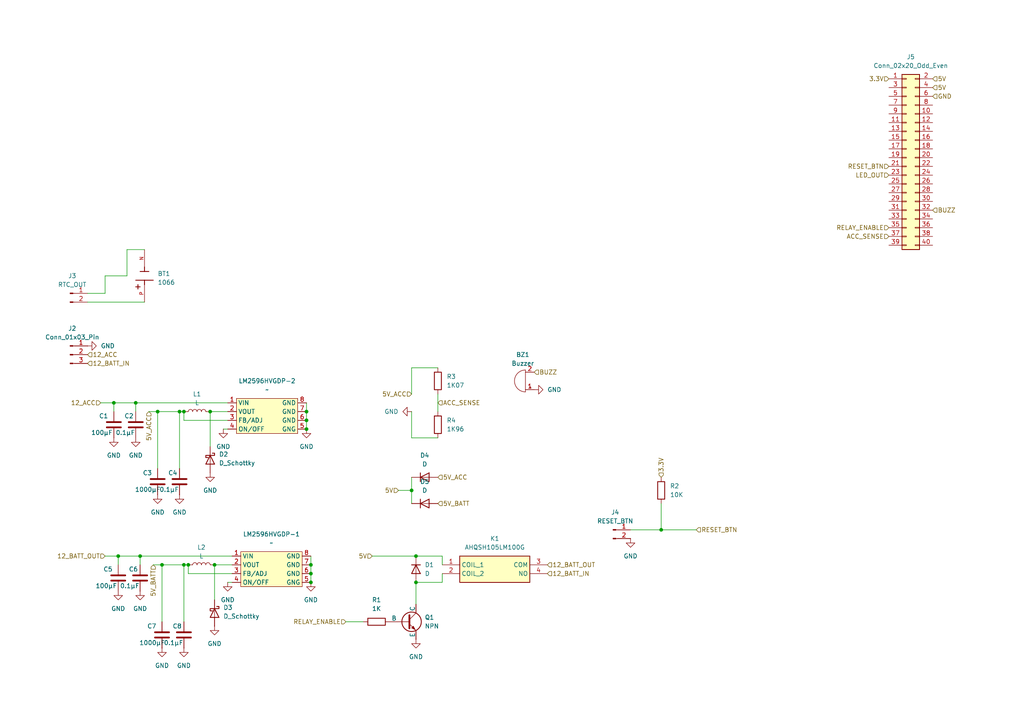
<source format=kicad_sch>
(kicad_sch (version 20250114) (generator "eeschema") (generator_version "9.0")
  (paper "A4")
  (title_block (title "Dashcam PowerHAT") (date "2025-10-10") (rev "1.0.0"))
  (lib_symbols
    (symbol "1066:1066" (pin_names (offset 1.016))
      (property "Reference" "BT" (at 0.508 2.286 0))
      (property "Value" "1066" (at -0.508 -3.556 0))
      (symbol "1066_0_0"
        (polyline (pts (xy -3.81 1.905) (xy -2.54 1.905)) (stroke (width 0.254)))
        (polyline (pts (xy -3.175 2.54) (xy -3.175 1.27)) (stroke (width 0.254)))
        (polyline (pts (xy -1.27 2.54) (xy -1.27 0)) (stroke (width 0.254)))
        (polyline (pts (xy -1.27 0) (xy -2.54 0)) (stroke (width 0.254)))
        (polyline (pts (xy -1.27 0) (xy -1.27 -2.54)) (stroke (width 0.254)))
        (polyline (pts (xy 1.27 1.27) (xy 1.27 0)) (stroke (width 0.254)))
        (polyline (pts (xy 1.27 0) (xy 1.27 -1.27)) (stroke (width 0.254)))
        (polyline (pts (xy 1.27 0) (xy 2.54 0)) (stroke (width 0.254)))
        (pin passive line (at -7.62 0 0) (length 5.08) (name "~") (number "P"))
        (pin passive line (at 7.62 0 180) (length 5.08) (name "~") (number "N"))
      )
    )
    (symbol "AHQSH105LM100G:AHQSH105LM100G"
      (property "Reference" "K" (at 26.67 7.62 0))
      (property "Value" "AHQSH105LM100G" (at 26.67 5.08 0))
      (symbol "AHQSH105LM100G_1_1"
        (rectangle (start 5.08 2.54) (end 25.4 -5.08) (stroke (width 0.254)) (fill (type background)))
        (pin passive line (at 0 0 0) (length 5.08) (name "COIL_1") (number "1"))
        (pin passive line (at 0 -2.54 0) (length 5.08) (name "COIL_2") (number "2"))
        (pin passive line (at 30.48 0 180) (length 5.08) (name "COM") (number "3"))
        (pin passive line (at 30.48 -2.54 180) (length 5.08) (name "NO") (number "4"))
      )
    )
    (symbol "Connector:Conn_01x02_Pin" (pin_names (offset 1.016) (hide yes))
      (property "Reference" "J" (at 0 2.54 0))
      (property "Value" "Conn_01x02_Pin" (at 0 -5.08 0))
      (symbol "Conn_01x02_Pin_1_1"
        (rectangle (start 0.8636 0.127) (end 0 -0.127) (stroke (width 0.1524)) (fill (type outline)))
        (rectangle (start 0.8636 -2.413) (end 0 -2.667) (stroke (width 0.1524)) (fill (type outline)))
        (polyline (pts (xy 1.27 0) (xy 0.8636 0)) (stroke (width 0.1524)))
        (polyline (pts (xy 1.27 -2.54) (xy 0.8636 -2.54)) (stroke (width 0.1524)))
        (pin passive line (at 5.08 0 180) (length 3.81) (name "Pin_1") (number "1"))
        (pin passive line (at 5.08 -2.54 180) (length 3.81) (name "Pin_2") (number "2"))
      )
    )
    (symbol "Connector:Conn_01x03_Pin" (pin_names (offset 1.016) (hide yes))
      (property "Reference" "J" (at 0 5.08 0))
      (property "Value" "Conn_01x03_Pin" (at 0 -5.08 0))
      (symbol "Conn_01x03_Pin_1_1"
        (rectangle (start 0.8636 2.667) (end 0 2.413) (stroke (width 0.1524)) (fill (type outline)))
        (rectangle (start 0.8636 0.127) (end 0 -0.127) (stroke (width 0.1524)) (fill (type outline)))
        (rectangle (start 0.8636 -2.413) (end 0 -2.667) (stroke (width 0.1524)) (fill (type outline)))
        (polyline (pts (xy 1.27 2.54) (xy 0.8636 2.54)) (stroke (width 0.1524)))
        (polyline (pts (xy 1.27 0) (xy 0.8636 0)) (stroke (width 0.1524)))
        (polyline (pts (xy 1.27 -2.54) (xy 0.8636 -2.54)) (stroke (width 0.1524)))
        (pin passive line (at 5.08 2.54 180) (length 3.81) (name "Pin_1") (number "1"))
        (pin passive line (at 5.08 0 180) (length 3.81) (name "Pin_2") (number "2"))
        (pin passive line (at 5.08 -2.54 180) (length 3.81) (name "Pin_3") (number "3"))
      )
    )
    (symbol "Connector_Generic:Conn_02x20_Odd_Even" (pin_names (offset 1.016) (hide yes))
      (property "Reference" "J" (at 1.27 25.4 0))
      (property "Value" "Conn_02x20_Odd_Even" (at 1.27 -27.94 0))
      (symbol "Conn_02x20_Odd_Even_1_1"
        (rectangle (start -1.27 24.13) (end 3.81 -26.67) (stroke (width 0.254)) (fill (type background)))
        (rectangle (start -1.27 22.987) (end 0 22.733) (stroke (width 0.1524)))
        (rectangle (start -1.27 20.447) (end 0 20.193) (stroke (width 0.1524)))
        (rectangle (start -1.27 17.907) (end 0 17.653) (stroke (width 0.1524)))
        (rectangle (start -1.27 15.367) (end 0 15.113) (stroke (width 0.1524)))
        (rectangle (start -1.27 12.827) (end 0 12.573) (stroke (width 0.1524)))
        (rectangle (start -1.27 10.287) (end 0 10.033) (stroke (width 0.1524)))
        (rectangle (start -1.27 7.747) (end 0 7.493) (stroke (width 0.1524)))
        (rectangle (start -1.27 5.207) (end 0 4.953) (stroke (width 0.1524)))
        (rectangle (start -1.27 2.667) (end 0 2.413) (stroke (width 0.1524)))
        (rectangle (start -1.27 0.127) (end 0 -0.127) (stroke (width 0.1524)))
        (rectangle (start -1.27 -2.413) (end 0 -2.667) (stroke (width 0.1524)))
        (rectangle (start -1.27 -4.953) (end 0 -5.207) (stroke (width 0.1524)))
        (rectangle (start -1.27 -7.493) (end 0 -7.747) (stroke (width 0.1524)))
        (rectangle (start -1.27 -10.033) (end 0 -10.287) (stroke (width 0.1524)))
        (rectangle (start -1.27 -12.573) (end 0 -12.827) (stroke (width 0.1524)))
        (rectangle (start -1.27 -15.113) (end 0 -15.367) (stroke (width 0.1524)))
        (rectangle (start -1.27 -17.653) (end 0 -17.907) (stroke (width 0.1524)))
        (rectangle (start -1.27 -20.193) (end 0 -20.447) (stroke (width 0.1524)))
        (rectangle (start -1.27 -22.733) (end 0 -22.987) (stroke (width 0.1524)))
        (rectangle (start -1.27 -25.273) (end 0 -25.527) (stroke (width 0.1524)))
        (rectangle (start 3.81 22.987) (end 2.54 22.733) (stroke (width 0.1524)))
        (rectangle (start 3.81 20.447) (end 2.54 20.193) (stroke (width 0.1524)))
        (rectangle (start 3.81 17.907) (end 2.54 17.653) (stroke (width 0.1524)))
        (rectangle (start 3.81 15.367) (end 2.54 15.113) (stroke (width 0.1524)))
        (rectangle (start 3.81 12.827) (end 2.54 12.573) (stroke (width 0.1524)))
        (rectangle (start 3.81 10.287) (end 2.54 10.033) (stroke (width 0.1524)))
        (rectangle (start 3.81 7.747) (end 2.54 7.493) (stroke (width 0.1524)))
        (rectangle (start 3.81 5.207) (end 2.54 4.953) (stroke (width 0.1524)))
        (rectangle (start 3.81 2.667) (end 2.54 2.413) (stroke (width 0.1524)))
        (rectangle (start 3.81 0.127) (end 2.54 -0.127) (stroke (width 0.1524)))
        (rectangle (start 3.81 -2.413) (end 2.54 -2.667) (stroke (width 0.1524)))
        (rectangle (start 3.81 -4.953) (end 2.54 -5.207) (stroke (width 0.1524)))
        (rectangle (start 3.81 -7.493) (end 2.54 -7.747) (stroke (width 0.1524)))
        (rectangle (start 3.81 -10.033) (end 2.54 -10.287) (stroke (width 0.1524)))
        (rectangle (start 3.81 -12.573) (end 2.54 -12.827) (stroke (width 0.1524)))
        (rectangle (start 3.81 -15.113) (end 2.54 -15.367) (stroke (width 0.1524)))
        (rectangle (start 3.81 -17.653) (end 2.54 -17.907) (stroke (width 0.1524)))
        (rectangle (start 3.81 -20.193) (end 2.54 -20.447) (stroke (width 0.1524)))
        (rectangle (start 3.81 -22.733) (end 2.54 -22.987) (stroke (width 0.1524)))
        (rectangle (start 3.81 -25.273) (end 2.54 -25.527) (stroke (width 0.1524)))
        (pin passive line (at -5.08 22.86 0) (length 3.81) (name "Pin_1") (number "1"))
        (pin passive line (at -5.08 20.32 0) (length 3.81) (name "Pin_3") (number "3"))
        (pin passive line (at -5.08 17.78 0) (length 3.81) (name "Pin_5") (number "5"))
        (pin passive line (at -5.08 15.24 0) (length 3.81) (name "Pin_7") (number "7"))
        (pin passive line (at -5.08 12.7 0) (length 3.81) (name "Pin_9") (number "9"))
        (pin passive line (at -5.08 10.16 0) (length 3.81) (name "Pin_11") (number "11"))
        (pin passive line (at -5.08 7.62 0) (length 3.81) (name "Pin_13") (number "13"))
        (pin passive line (at -5.08 5.08 0) (length 3.81) (name "Pin_15") (number "15"))
        (pin passive line (at -5.08 2.54 0) (length 3.81) (name "Pin_17") (number "17"))
        (pin passive line (at -5.08 0 0) (length 3.81) (name "Pin_19") (number "19"))
        (pin passive line (at -5.08 -2.54 0) (length 3.81) (name "Pin_21") (number "21"))
        (pin passive line (at -5.08 -5.08 0) (length 3.81) (name "Pin_23") (number "23"))
        (pin passive line (at -5.08 -7.62 0) (length 3.81) (name "Pin_25") (number "25"))
        (pin passive line (at -5.08 -10.16 0) (length 3.81) (name "Pin_27") (number "27"))
        (pin passive line (at -5.08 -12.7 0) (length 3.81) (name "Pin_29") (number "29"))
        (pin passive line (at -5.08 -15.24 0) (length 3.81) (name "Pin_31") (number "31"))
        (pin passive line (at -5.08 -17.78 0) (length 3.81) (name "Pin_33") (number "33"))
        (pin passive line (at -5.08 -20.32 0) (length 3.81) (name "Pin_35") (number "35"))
        (pin passive line (at -5.08 -22.86 0) (length 3.81) (name "Pin_37") (number "37"))
        (pin passive line (at -5.08 -25.4 0) (length 3.81) (name "Pin_39") (number "39"))
        (pin passive line (at 7.62 22.86 180) (length 3.81) (name "Pin_2") (number "2"))
        (pin passive line (at 7.62 20.32 180) (length 3.81) (name "Pin_4") (number "4"))
        (pin passive line (at 7.62 17.78 180) (length 3.81) (name "Pin_6") (number "6"))
        (pin passive line (at 7.62 15.24 180) (length 3.81) (name "Pin_8") (number "8"))
        (pin passive line (at 7.62 12.7 180) (length 3.81) (name "Pin_10") (number "10"))
        (pin passive line (at 7.62 10.16 180) (length 3.81) (name "Pin_12") (number "12"))
        (pin passive line (at 7.62 7.62 180) (length 3.81) (name "Pin_14") (number "14"))
        (pin passive line (at 7.62 5.08 180) (length 3.81) (name "Pin_16") (number "16"))
        (pin passive line (at 7.62 2.54 180) (length 3.81) (name "Pin_18") (number "18"))
        (pin passive line (at 7.62 0 180) (length 3.81) (name "Pin_20") (number "20"))
        (pin passive line (at 7.62 -2.54 180) (length 3.81) (name "Pin_22") (number "22"))
        (pin passive line (at 7.62 -5.08 180) (length 3.81) (name "Pin_24") (number "24"))
        (pin passive line (at 7.62 -7.62 180) (length 3.81) (name "Pin_26") (number "26"))
        (pin passive line (at 7.62 -10.16 180) (length 3.81) (name "Pin_28") (number "28"))
        (pin passive line (at 7.62 -12.7 180) (length 3.81) (name "Pin_30") (number "30"))
        (pin passive line (at 7.62 -15.24 180) (length 3.81) (name "Pin_32") (number "32"))
        (pin passive line (at 7.62 -17.78 180) (length 3.81) (name "Pin_34") (number "34"))
        (pin passive line (at 7.62 -20.32 180) (length 3.81) (name "Pin_36") (number "36"))
        (pin passive line (at 7.62 -22.86 180) (length 3.81) (name "Pin_38") (number "38"))
        (pin passive line (at 7.62 -25.4 180) (length 3.81) (name "Pin_40") (number "40"))
      )
    )
    (symbol "Device:Buzzer" (pin_names (offset 0.0254) (hide yes))
      (property "Reference" "BZ" (at 3.81 1.27 0))
      (property "Value" "Buzzer" (at 3.81 -1.27 0))
      (symbol "Buzzer_0_1"
        (polyline (pts (xy -1.651 1.905) (xy -1.143 1.905)))
        (polyline (pts (xy -1.397 2.159) (xy -1.397 1.651)))
        (arc (start 0 3.175) (mid 3.1612 0) (end 0 -3.175))
        (polyline (pts (xy 0 3.175) (xy 0 -3.175)))
      )
      (symbol "Buzzer_1_1"
        (pin passive line (at -2.54 2.54 0) (length 2.54) (name "+") (number "1"))
        (pin passive line (at -2.54 -2.54 0) (length 2.54) (name "-") (number "2"))
      )
    )
    (symbol "Device:C" (pin_numbers (hide yes)) (pin_names (offset 0.254))
      (property "Reference" "C" (at 0.635 2.54 0))
      (property "Value" "C" (at 0.635 -2.54 0))
      (symbol "C_0_1"
        (polyline (pts (xy -2.032 0.762) (xy 2.032 0.762)) (stroke (width 0.508)))
        (polyline (pts (xy -2.032 -0.762) (xy 2.032 -0.762)) (stroke (width 0.508)))
      )
      (symbol "C_1_1"
        (pin passive line (at 0 3.81 270) (length 2.794) (name "~") (number "1"))
        (pin passive line (at 0 -3.81 90) (length 2.794) (name "~") (number "2"))
      )
    )
    (symbol "Device:D" (pin_numbers (hide yes)) (pin_names (offset 1.016) (hide yes))
      (property "Reference" "D" (at 0 2.54 0))
      (property "Value" "D" (at 0 -2.54 0))
      (symbol "D_0_1"
        (polyline (pts (xy -1.27 1.27) (xy -1.27 -1.27)) (stroke (width 0.254)))
        (polyline (pts (xy 1.27 1.27) (xy 1.27 -1.27) (xy -1.27 0) (xy 1.27 1.27)) (stroke (width 0.254)))
        (polyline (pts (xy 1.27 0) (xy -1.27 0)))
      )
      (symbol "D_1_1"
        (pin passive line (at -3.81 0 0) (length 2.54) (name "K") (number "1"))
        (pin passive line (at 3.81 0 180) (length 2.54) (name "A") (number "2"))
      )
    )
    (symbol "Device:D_Schottky" (pin_numbers (hide yes)) (pin_names (offset 1.016) (hide yes))
      (property "Reference" "D" (at 0 2.54 0))
      (property "Value" "D_Schottky" (at 0 -2.54 0))
      (symbol "D_Schottky_0_1"
        (polyline (pts (xy -1.905 0.635) (xy -1.905 1.27) (xy -1.27 1.27) (xy -1.27 -1.27) (xy -0.635 -1.27) (xy -0.635 -0.635)) (stroke (width 0.254)))
        (polyline (pts (xy 1.27 1.27) (xy 1.27 -1.27) (xy -1.27 0) (xy 1.27 1.27)) (stroke (width 0.254)))
        (polyline (pts (xy 1.27 0) (xy -1.27 0)))
      )
      (symbol "D_Schottky_1_1"
        (pin passive line (at -3.81 0 0) (length 2.54) (name "K") (number "1"))
        (pin passive line (at 3.81 0 180) (length 2.54) (name "A") (number "2"))
      )
    )
    (symbol "Device:L" (pin_numbers (hide yes)) (pin_names (offset 1.016) (hide yes))
      (property "Reference" "L" (at -1.27 0 90))
      (property "Value" "L" (at 1.905 0 90))
      (symbol "L_0_1"
        (arc (start 0 2.54) (mid 0.6323 1.905) (end 0 1.27))
        (arc (start 0 1.27) (mid 0.6323 0.635) (end 0 0))
        (arc (start 0 0) (mid 0.6323 -0.635) (end 0 -1.27))
        (arc (start 0 -1.27) (mid 0.6323 -1.905) (end 0 -2.54))
      )
      (symbol "L_1_1"
        (pin passive line (at 0 3.81 270) (length 1.27) (name "1") (number "1"))
        (pin passive line (at 0 -3.81 90) (length 1.27) (name "2") (number "2"))
      )
    )
    (symbol "Device:R" (pin_numbers (hide yes)) (pin_names (offset 0))
      (property "Reference" "R" (at 2.032 0 90))
      (property "Value" "R" (at 0 0 90))
      (symbol "R_0_1"
        (rectangle (start -1.016 -2.54) (end 1.016 2.54) (stroke (width 0.254)))
      )
      (symbol "R_1_1"
        (pin passive line (at 0 3.81 270) (length 1.27) (name "~") (number "1"))
        (pin passive line (at 0 -3.81 90) (length 1.27) (name "~") (number "2"))
      )
    )
    (symbol "LM2596HVGDP-5:LM2596HVGDP-5"
      (property "Reference" "LM2596HVGDP-5" (at 3.556 -1.27 0))
      (symbol "LM2596HVGDP-5_1_1"
        (rectangle (start -5.08 -2.54) (end 12.7 -12.7) (fill (type background)))
        (pin output line (at -7.62 -3.81 0) (length 2.54) (name "VIN") (number "1"))
        (pin output line (at -7.62 -6.35 0) (length 2.54) (name "VOUT") (number "2"))
        (pin input line (at -7.62 -8.89 0) (length 2.54) (name "FB/ADJ") (number "3"))
        (pin input line (at -7.62 -11.43 0) (length 2.54) (name "ON/OFF") (number "4"))
        (pin input line (at 15.24 -3.81 180) (length 2.54) (name "GND") (number "8"))
        (pin input line (at 15.24 -6.35 180) (length 2.54) (name "GND") (number "7"))
        (pin output line (at 15.24 -8.89 180) (length 2.54) (name "GND") (number "6"))
        (pin output line (at 15.24 -11.43 180) (length 2.54) (name "GNG") (number "5"))
      )
    )
    (symbol "Simulation_SPICE:NPN" (pin_numbers (hide yes)) (pin_names (offset 0))
      (property "Reference" "Q" (at -2.54 7.62 0))
      (property "Value" "NPN" (at -2.54 5.08 0))
      (symbol "NPN_0_1"
        (polyline (pts (xy -2.54 0) (xy 0.635 0)) (stroke (width 0.1524)))
        (polyline (pts (xy 0.635 1.905) (xy 0.635 -1.905) (xy 0.635 -1.905)) (stroke (width 0.508)))
        (polyline (pts (xy 0.635 0.635) (xy 2.54 2.54)))
        (polyline (pts (xy 0.635 -0.635) (xy 2.54 -2.54) (xy 2.54 -2.54)))
        (circle (center 1.27 0) (radius 2.8194) (stroke (width 0.254)))
        (polyline (pts (xy 1.27 -1.778) (xy 1.778 -1.27) (xy 2.286 -2.286) (xy 1.27 -1.778) (xy 1.27 -1.778)) (fill (type outline)))
        (polyline (pts (xy 2.794 -1.27) (xy 2.794 -1.27)) (stroke (width 0.1524)))
        (polyline (pts (xy 2.794 -1.27) (xy 2.794 -1.27)) (stroke (width 0.1524)))
      )
      (symbol "NPN_1_1"
        (pin input line (at -5.08 0 0) (length 2.54) (name "B") (number "2"))
        (pin open_collector line (at 2.54 5.08 270) (length 2.54) (name "C") (number "1"))
        (pin open_emitter line (at 2.54 -5.08 90) (length 2.54) (name "E") (number "3"))
      )
    )
    (symbol "power:GND" (power) (pin_numbers (hide yes)) (pin_names (offset 0) (hide yes))
      (property "Value" "GND" (at 0 -3.81 0))
      (symbol "GND_0_1"
        (polyline (pts (xy 0 0) (xy 0 -1.27) (xy 1.27 -1.27) (xy 0 -2.54) (xy -1.27 -1.27) (xy 0 -1.27)))
      )
      (symbol "GND_1_1"
        (pin power_in line (at 0 0 270) (length 0) (name "~") (number "1"))
      )
    )
  )
  (junction (at 53.34 163.83))
  (junction (at 33.02 116.84))
  (junction (at 53.34 119.38))
  (junction (at 54.61 163.83))
  (junction (at 34.29 161.29))
  (junction (at 120.65 168.91))
  (junction (at 40.64 161.29))
  (junction (at 191.77 153.67))
  (junction (at 88.9 121.92))
  (junction (at 88.9 119.38))
  (junction (at 88.9 124.46))
  (junction (at 120.65 161.29))
  (junction (at 90.17 163.83))
  (junction (at 46.99 163.83))
  (junction (at 90.17 168.91))
  (junction (at 60.96 119.38))
  (junction (at 62.23 163.83))
  (junction (at 90.17 166.37))
  (junction (at 39.37 116.84))
  (junction (at 45.72 119.38))
  (junction (at 52.07 119.38))
  (junction (at 119.38 142.24))
  (wire (pts (xy 62.23 163.83) (xy 67.31 163.83)))
  (wire (pts (xy 90.17 166.37) (xy 90.17 168.91)))
  (wire (pts (xy 52.07 119.38) (xy 52.07 135.89)))
  (wire (pts (xy 53.34 163.83) (xy 53.34 180.34)))
  (wire (pts (xy 120.65 168.91) (xy 120.65 175.26)))
  (wire (pts (xy 53.34 163.83) (xy 54.61 163.83)))
  (wire (pts (xy 191.77 153.67) (xy 191.77 146.05)))
  (wire (pts (xy 45.72 119.38) (xy 52.07 119.38)))
  (wire (pts (xy 45.72 119.38) (xy 45.72 135.89)))
  (wire (pts (xy 46.99 163.83) (xy 46.99 180.34)))
  (wire (pts (xy 119.38 142.24) (xy 119.38 146.05)))
  (wire (pts (xy 60.96 119.38) (xy 60.96 129.54)))
  (wire (pts (xy 54.61 163.83) (xy 54.61 166.37)))
  (wire (pts (xy 33.02 116.84) (xy 33.02 119.38)))
  (wire (pts (xy 182.88 153.67) (xy 191.77 153.67)))
  (wire (pts (xy 119.38 114.3) (xy 119.38 106.68)))
  (wire (pts (xy 90.17 161.29) (xy 90.17 163.83)))
  (wire (pts (xy 39.37 116.84) (xy 66.04 116.84)))
  (wire (pts (xy 120.65 168.91) (xy 128.27 168.91)))
  (wire (pts (xy 30.48 161.29) (xy 34.29 161.29)))
  (wire (pts (xy 34.29 161.29) (xy 40.64 161.29)))
  (wire (pts (xy 33.02 116.84) (xy 39.37 116.84)))
  (wire (pts (xy 100.33 180.34) (xy 105.41 180.34)))
  (wire (pts (xy 128.27 161.29) (xy 120.65 161.29)))
  (wire (pts (xy 88.9 116.84) (xy 88.9 119.38)))
  (wire (pts (xy 119.38 127) (xy 127 127)))
  (wire (pts (xy 43.18 119.38) (xy 45.72 119.38)))
  (wire (pts (xy 40.64 161.29) (xy 40.64 163.83)))
  (wire (pts (xy 36.83 72.39) (xy 41.91 72.39)))
  (wire (pts (xy 128.27 166.37) (xy 128.27 168.91)))
  (wire (pts (xy 119.38 119.38) (xy 119.38 127)))
  (wire (pts (xy 119.38 138.43) (xy 119.38 142.24)))
  (wire (pts (xy 25.4 85.09) (xy 30.48 85.09)))
  (wire (pts (xy 40.64 161.29) (xy 67.31 161.29)))
  (wire (pts (xy 66.04 168.91) (xy 67.31 168.91)))
  (wire (pts (xy 115.57 142.24) (xy 119.38 142.24)))
  (wire (pts (xy 90.17 163.83) (xy 90.17 166.37)))
  (wire (pts (xy 30.48 80.01) (xy 36.83 80.01)))
  (wire (pts (xy 128.27 163.83) (xy 128.27 161.29)))
  (wire (pts (xy 44.45 163.83) (xy 46.99 163.83)))
  (wire (pts (xy 52.07 119.38) (xy 53.34 119.38)))
  (wire (pts (xy 30.48 85.09) (xy 30.48 80.01)))
  (wire (pts (xy 54.61 166.37) (xy 67.31 166.37)))
  (wire (pts (xy 88.9 121.92) (xy 88.9 124.46)))
  (wire (pts (xy 29.21 116.84) (xy 33.02 116.84)))
  (wire (pts (xy 34.29 161.29) (xy 34.29 163.83)))
  (wire (pts (xy 119.38 106.68) (xy 127 106.68)))
  (wire (pts (xy 25.4 87.63) (xy 41.91 87.63)))
  (wire (pts (xy 36.83 80.01) (xy 36.83 72.39)))
  (wire (pts (xy 191.77 153.67) (xy 201.93 153.67)))
  (wire (pts (xy 88.9 119.38) (xy 88.9 121.92)))
  (wire (pts (xy 53.34 119.38) (xy 53.34 121.92)))
  (wire (pts (xy 107.95 161.29) (xy 120.65 161.29)))
  (wire (pts (xy 64.77 124.46) (xy 66.04 124.46)))
  (wire (pts (xy 127 114.3) (xy 127 119.38)))
  (wire (pts (xy 46.99 163.83) (xy 53.34 163.83)))
  (wire (pts (xy 39.37 116.84) (xy 39.37 119.38)))
  (wire (pts (xy 62.23 163.83) (xy 62.23 173.99)))
  (wire (pts (xy 60.96 119.38) (xy 66.04 119.38)))
  (wire (pts (xy 53.34 121.92) (xy 66.04 121.92)))
  (hierarchical_label "RESET_BTN" (shape input) (at 201.93 153.67 0))
  (hierarchical_label "5V_ACC" (shape input) (at 119.38 114.3 180))
  (hierarchical_label "5V" (shape input) (at 107.95 161.29 180))
  (hierarchical_label "12_BATT_OUT" (shape input) (at 158.75 163.83 0))
  (hierarchical_label "GND" (shape input) (at 270.51 27.94 0))
  (hierarchical_label "BUZZ" (shape input) (at 154.94 107.95 0))
  (hierarchical_label "5V" (shape input) (at 115.57 142.24 180))
  (hierarchical_label "BUZZ" (shape input) (at 270.51 60.96 0))
  (hierarchical_label "12_BATT_IN" (shape input) (at 158.75 166.37 0))
  (hierarchical_label "5V_BATT" (shape input) (at 127 146.05 0))
  (hierarchical_label "12_BATT_OUT" (shape input) (at 30.48 161.29 180))
  (hierarchical_label "RELAY_ENABLE" (shape input) (at 100.33 180.34 180))
  (hierarchical_label "12_ACC" (shape input) (at 25.4 102.87 0))
  (hierarchical_label "ACC_SENSE" (shape input) (at 127 116.84 0))
  (hierarchical_label "5V" (shape input) (at 270.51 22.86 0))
  (hierarchical_label "ACC_SENSE" (shape input) (at 257.81 68.58 180))
  (hierarchical_label "12_BATT_IN" (shape input) (at 25.4 105.41 0))
  (hierarchical_label "5V_ACC" (shape input) (at 127 138.43 0))
  (hierarchical_label "5V_BATT" (shape input) (at 44.45 163.83 270))
  (hierarchical_label "LED_OUT" (shape input) (at 257.81 50.8 180))
  (hierarchical_label "RESET_BTN" (shape input) (at 257.81 48.26 180))
  (hierarchical_label "3.3V" (shape input) (at 257.81 22.86 180))
  (hierarchical_label "5V" (shape input) (at 270.51 25.4 0))
  (hierarchical_label "12_ACC" (shape input) (at 29.21 116.84 180))
  (hierarchical_label "3.3V" (shape input) (at 191.77 138.43 90))
  (hierarchical_label "5V_ACC" (shape input) (at 43.18 119.38 270))
  (hierarchical_label "RELAY_ENABLE" (shape input) (at 257.81 66.04 180))
  (symbol (lib_id "Device:R") (at 191.77 142.24 0) (unit 1)
    (property "Reference" "R2" (at 194.31 140.9699 0) (effects (justify left)))
    (property "Value" "10K" (at 194.31 143.5099 0) (effects (justify left)))
    (property "Footprint" "Resistor_SMD:R_0805_2012Metric_Pad1.20x1.40mm_HandSolder" (effects (hide yes)))
    (property "Description" "Resistor" (effects (hide yes)))
  )
  (symbol (lib_id "Device:C") (at 52.07 139.7 0) (unit 1)
    (property "Reference" "C4" (at 48.768 137.16 0) (effects (justify left)))
    (property "Value" "0.1µF" (at 46.228 141.986 0) (effects (justify left)))
    (property "Footprint" "Capacitor_SMD:C_0805_2012Metric" (effects (hide yes)))
    (property "Description" "Unpolarized capacitor" (effects (hide yes)))
  )
  (symbol (lib_id "Device:D") (at 120.65 165.1 270) (unit 1)
    (property "Reference" "D1" (at 123.19 163.8299 90) (effects (justify left)))
    (property "Value" "D" (at 123.19 166.3699 90) (effects (justify left)))
    (property "Footprint" "Diode_SMD:D_SMA" (effects (hide yes)))
    (property "Description" "Diode" (effects (hide yes)))
    (property "Sim.Device" "D" (effects (hide yes)))
    (property "Sim.Pins" "1=K 2=A" (effects (hide yes)))
  )
  (symbol (lib_id "Connector:Conn_01x03_Pin") (at 20.32 102.87 0) (unit 1)
    (property "Reference" "J2" (at 20.955 95.25 0))
    (property "Value" "Conn_01x03_Pin" (at 20.955 97.79 0))
    (property "Footprint" "Connector_JST:JST_EH_B3B-EH-A_1x03_P2.50mm_Vertical" (effects (hide yes)))
    (property "Description" "Generic connector, single row, 01x03, script generated" (effects (hide yes)))
  )
  (symbol (lib_id "1066:1066") (at 41.91 80.01 90) (unit 1)
    (property "Reference" "BT1" (at 45.72 79.3749 90) (effects (justify right)))
    (property "Value" "1066" (at 45.72 81.9149 90) (effects (justify right)))
    (property "Footprint" "1066:BAT_1066" (effects (hide yes)))
  )
  (symbol (lib_id "power:GND") (at 62.23 181.61 0) (unit 1)
    (property "Reference" "#PWR014" (effects (hide yes)))
    (property "Value" "GND" (at 62.23 186.69 0))
    (property "Description" "Power symbol creates a global label with name \"GND\" , ground" (effects (hide yes)))
  )
  (symbol (lib_id "Device:Buzzer") (at 152.4 110.49 180) (unit 1)
    (property "Reference" "BZ1" (at 151.6449 102.87 0))
    (property "Value" "Buzzer" (at 151.6449 105.41 0))
    (property "Footprint" "Buzzer_Beeper:MagneticBuzzer_StarMicronics_QMX" (effects (hide yes)))
    (property "Description" "Buzzer, polarized" (effects (hide yes)))
  )
  (symbol (lib_id "Device:C") (at 53.34 184.15 0) (unit 1)
    (property "Reference" "C8" (at 50.038 181.61 0) (effects (justify left)))
    (property "Value" "0.1µF" (at 47.498 186.436 0) (effects (justify left)))
    (property "Footprint" "Capacitor_SMD:C_0805_2012Metric" (effects (hide yes)))
    (property "Description" "Unpolarized capacitor" (effects (hide yes)))
  )
  (symbol (lib_id "Device:C") (at 39.37 123.19 0) (unit 1)
    (property "Reference" "C2" (at 36.068 120.65 0) (effects (justify left)))
    (property "Value" "0.1µF" (at 33.528 125.476 0) (effects (justify left)))
    (property "Footprint" "Capacitor_SMD:C_0805_2012Metric" (effects (hide yes)))
    (property "Description" "Unpolarized capacitor" (effects (hide yes)))
  )
  (symbol (lib_id "LM2596HVGDP-5:LM2596HVGDP-5") (at 74.93 157.48 0) (unit 1)
    (property "Reference" "LM2596HVGDP-1" (at 78.74 154.94 0))
    (property "Value" "~" (at 78.74 157.48 0))
    (property "Footprint" "Package_SO:SOIC-8_3.9x4.9mm_P1.27mm" (effects (hide yes)))
  )
  (symbol (lib_id "power:GND") (at 25.4 100.33 90) (unit 1)
    (property "Reference" "#PWR07" (effects (hide yes)))
    (property "Value" "GND" (at 29.21 100.3299 90) (effects (justify right)))
    (property "Description" "Power symbol creates a global label with name \"GND\" , ground" (effects (hide yes)))
  )
  (symbol (lib_id "Connector:Conn_01x02_Pin") (at 177.8 153.67 0) (unit 1)
    (property "Reference" "J4" (at 178.435 148.59 0))
    (property "Value" "RESET_BTN" (at 178.435 151.13 0))
    (property "Footprint" "Connector_Hirose:Hirose_DF13-02P-1.25DSA_1x02_P1.25mm_Vertical" (effects (hide yes)))
    (property "Description" "Generic connector, single row, 01x02, script generated" (effects (hide yes)))
  )
  (symbol (lib_id "Device:C") (at 40.64 167.64 0) (unit 1)
    (property "Reference" "C6" (at 37.338 165.1 0) (effects (justify left)))
    (property "Value" "0.1µF" (at 34.798 169.926 0) (effects (justify left)))
    (property "Footprint" "Capacitor_SMD:C_0805_2012Metric" (effects (hide yes)))
    (property "Description" "Unpolarized capacitor" (effects (hide yes)))
  )
  (symbol (lib_id "Device:L") (at 58.42 163.83 90) (unit 1)
    (property "Reference" "L2" (at 58.42 158.75 90))
    (property "Value" "L" (at 58.42 161.29 90))
    (property "Footprint" "Inductor_THT:L_Radial_D10.0mm_P5.00mm_Neosid_SD12k_style3" (effects (hide yes)))
    (property "Description" "Inductor" (effects (hide yes)))
  )
  (symbol (lib_id "Device:R") (at 109.22 180.34 90) (unit 1)
    (property "Reference" "R1" (at 109.22 173.99 90))
    (property "Value" "1K" (at 109.22 176.53 90))
    (property "Footprint" "Resistor_SMD:R_0805_2012Metric_Pad1.20x1.40mm_HandSolder" (effects (hide yes)))
    (property "Description" "Resistor" (effects (hide yes)))
  )
  (symbol (lib_id "power:GND") (at 119.38 119.38 270) (unit 1)
    (property "Reference" "#PWR018" (effects (hide yes)))
    (property "Value" "GND" (at 115.57 119.3799 90) (effects (justify right)))
    (property "Description" "Power symbol creates a global label with name \"GND\" , ground" (effects (hide yes)))
  )
  (symbol (lib_id "power:GND") (at 120.65 185.42 0) (unit 1)
    (property "Reference" "#PWR01" (effects (hide yes)))
    (property "Value" "GND" (at 120.65 190.5 0))
    (property "Description" "Power symbol creates a global label with name \"GND\" , ground" (effects (hide yes)))
  )
  (symbol (lib_id "power:GND") (at 33.02 127 0) (unit 1)
    (property "Reference" "#PWR02" (effects (hide yes)))
    (property "Value" "GND" (at 33.02 132.08 0))
    (property "Description" "Power symbol creates a global label with name \"GND\" , ground" (effects (hide yes)))
  )
  (symbol (lib_id "Device:C") (at 45.72 139.7 0) (unit 1)
    (property "Reference" "C3" (at 41.402 137.16 0) (effects (justify left)))
    (property "Value" "1000µF" (at 39.116 141.986 0) (effects (justify left)))
    (property "Footprint" "Capacitor_THT:CP_Radial_D10.0mm_P5.00mm" (effects (hide yes)))
    (property "Description" "Unpolarized capacitor" (effects (hide yes)))
  )
  (symbol (lib_id "Device:D") (at 123.19 138.43 0) (unit 1)
    (property "Reference" "D4" (at 123.19 132.08 0))
    (property "Value" "D" (at 123.19 134.62 0))
    (property "Footprint" "Diode_SMD:D_SMB_Handsoldering" (effects (hide yes)))
    (property "Description" "Diode" (effects (hide yes)))
    (property "Sim.Device" "D" (effects (hide yes)))
    (property "Sim.Pins" "1=K 2=A" (effects (hide yes)))
  )
  (symbol (lib_id "Device:R") (at 127 110.49 0) (unit 1)
    (property "Reference" "R3" (at 129.54 109.2199 0) (effects (justify left)))
    (property "Value" "1K07" (at 129.54 111.7599 0) (effects (justify left)))
    (property "Footprint" "Resistor_SMD:R_0805_2012Metric_Pad1.20x1.40mm_HandSolder" (effects (hide yes)))
    (property "Description" "Resistor" (effects (hide yes)))
  )
  (symbol (lib_id "Device:R") (at 127 123.19 0) (unit 1)
    (property "Reference" "R4" (at 129.54 121.9199 0) (effects (justify left)))
    (property "Value" "1K96" (at 129.54 124.4599 0) (effects (justify left)))
    (property "Footprint" "Resistor_SMD:R_0805_2012Metric_Pad1.20x1.40mm_HandSolder" (effects (hide yes)))
    (property "Description" "Resistor" (effects (hide yes)))
  )
  (symbol (lib_id "power:GND") (at 40.64 171.45 0) (unit 1)
    (property "Reference" "#PWR011" (effects (hide yes)))
    (property "Value" "GND" (at 40.64 176.53 0))
    (property "Description" "Power symbol creates a global label with name \"GND\" , ground" (effects (hide yes)))
  )
  (symbol (lib_id "power:GND") (at 34.29 171.45 0) (unit 1)
    (property "Reference" "#PWR010" (effects (hide yes)))
    (property "Value" "GND" (at 34.29 176.53 0))
    (property "Description" "Power symbol creates a global label with name \"GND\" , ground" (effects (hide yes)))
  )
  (symbol (lib_id "power:GND") (at 88.9 124.46 0) (unit 1)
    (property "Reference" "#PWR05" (effects (hide yes)))
    (property "Value" "GND" (at 88.9 129.54 0))
    (property "Description" "Power symbol creates a global label with name \"GND\" , ground" (effects (hide yes)))
  )
  (symbol (lib_id "power:GND") (at 46.99 187.96 0) (unit 1)
    (property "Reference" "#PWR012" (effects (hide yes)))
    (property "Value" "GND" (at 46.99 193.04 0))
    (property "Description" "Power symbol creates a global label with name \"GND\" , ground" (effects (hide yes)))
  )
  (symbol (lib_id "power:GND") (at 53.34 187.96 0) (unit 1)
    (property "Reference" "#PWR013" (effects (hide yes)))
    (property "Value" "GND" (at 53.34 193.04 0))
    (property "Description" "Power symbol creates a global label with name \"GND\" , ground" (effects (hide yes)))
  )
  (symbol (lib_id "AHQSH105LM100G:AHQSH105LM100G") (at 128.27 163.83 0) (unit 1)
    (property "Reference" "K1" (at 143.51 156.21 0))
    (property "Value" "AHQSH105LM100G" (at 143.51 158.75 0))
    (property "Footprint" "Library:AHQSH105LM100G" (effects (hide yes)))
    (property "Datasheet" "http://www.anytek.com.cn/AHQSH112DM2F00G-14101117906.pdf" (effects (hide yes)))
    (property "Description" "General Purpose Relay SPST-NO (1 Form A) 5VDC Coil Through Hole" (effects (hide yes)))
    (property "Height" "15.3" (effects (hide yes)))
    (property "Manufacturer_Name" "Amphenol" (effects (hide yes)))
    (property "Manufacturer_Part_Number" "AHQSH105LM100G" (effects (hide yes)))
    (property "Mouser Part Number" "523-AHQSH105LM100G" (effects (hide yes)))
    (property "Mouser Price/Stock" "https://www.mouser.co.uk/ProductDetail/Amphenol-Anytek/AHQSH105LM100G?qs=rSMjJ%252B1ewcRTcSgzvp4hwg%3D%3D" (effects (hide yes)))
  )
  (symbol (lib_id "power:GND") (at 66.04 168.91 0) (unit 1)
    (property "Reference" "#PWR015" (effects (hide yes)))
    (property "Value" "GND" (at 66.04 173.99 0))
    (property "Description" "Power symbol creates a global label with name \"GND\" , ground" (effects (hide yes)))
  )
  (symbol (lib_id "Device:D_Schottky") (at 60.96 133.35 270) (unit 1)
    (property "Reference" "D2" (at 63.5 131.7624 90) (effects (justify left)))
    (property "Value" "D_Schottky" (at 63.5 134.3024 90) (effects (justify left)))
    (property "Footprint" "Diode_SMD:D_SMA" (effects (hide yes)))
    (property "Description" "Schottky diode" (effects (hide yes)))
  )
  (symbol (lib_id "power:GND") (at 60.96 137.16 0) (unit 1)
    (property "Reference" "#PWR04" (effects (hide yes)))
    (property "Value" "GND" (at 60.96 142.24 0))
    (property "Description" "Power symbol creates a global label with name \"GND\" , ground" (effects (hide yes)))
  )
  (symbol (lib_id "LM2596HVGDP-5:LM2596HVGDP-5") (at 73.66 113.03 0) (unit 1)
    (property "Reference" "LM2596HVGDP-2" (at 77.47 110.49 0))
    (property "Value" "~" (at 77.47 113.03 0))
    (property "Footprint" "Package_SO:SOIC-8_3.9x4.9mm_P1.27mm" (effects (hide yes)))
  )
  (symbol (lib_id "power:GND") (at 154.94 113.03 90) (unit 1)
    (property "Reference" "#PWR019" (effects (hide yes)))
    (property "Value" "GND" (at 158.75 113.0299 90) (effects (justify right)))
    (property "Description" "Power symbol creates a global label with name \"GND\" , ground" (effects (hide yes)))
  )
  (symbol (lib_id "Device:C") (at 33.02 123.19 0) (unit 1)
    (property "Reference" "C1" (at 28.702 120.65 0) (effects (justify left)))
    (property "Value" "100µF" (at 26.416 125.476 0) (effects (justify left)))
    (property "Footprint" "Capacitor_SMD:C_1206_3216Metric" (effects (hide yes)))
    (property "Description" "Unpolarized capacitor" (effects (hide yes)))
  )
  (symbol (lib_id "Device:C") (at 34.29 167.64 0) (unit 1)
    (property "Reference" "C5" (at 29.972 165.1 0) (effects (justify left)))
    (property "Value" "100µF" (at 27.686 169.926 0) (effects (justify left)))
    (property "Footprint" "Capacitor_SMD:C_1206_3216Metric" (effects (hide yes)))
    (property "Description" "Unpolarized capacitor" (effects (hide yes)))
  )
  (symbol (lib_id "Connector_Generic:Conn_02x20_Odd_Even") (at 262.89 45.72 0) (unit 1)
    (property "Reference" "J5" (at 264.16 16.51 0))
    (property "Value" "Conn_02x20_Odd_Even" (at 264.16 19.05 0))
    (property "Footprint" "orangepi:orangepi_3b" (effects (hide yes)))
    (property "Description" "Generic connector, double row, 02x20, odd/even pin numbering scheme (row 1 odd numbers, row 2 even numbers), script generated (kicad-library-utils/schlib/autogen/connector/)" (effects (hide yes)))
  )
  (symbol (lib_id "power:GND") (at 45.72 143.51 0) (unit 1)
    (property "Reference" "#PWR08" (effects (hide yes)))
    (property "Value" "GND" (at 45.72 148.59 0))
    (property "Description" "Power symbol creates a global label with name \"GND\" , ground" (effects (hide yes)))
  )
  (symbol (lib_id "Device:C") (at 46.99 184.15 0) (unit 1)
    (property "Reference" "C7" (at 42.672 181.61 0) (effects (justify left)))
    (property "Value" "1000µF" (at 40.386 186.436 0) (effects (justify left)))
    (property "Footprint" "Capacitor_THT:CP_Radial_D10.0mm_P5.00mm" (effects (hide yes)))
    (property "Description" "Unpolarized capacitor" (effects (hide yes)))
  )
  (symbol (lib_id "Connector:Conn_01x02_Pin") (at 20.32 85.09 0) (unit 1)
    (property "Reference" "J3" (at 20.955 80.01 0))
    (property "Value" "RTC_OUT" (at 20.955 82.55 0))
    (property "Footprint" "Connector_Hirose:Hirose_DF13-02P-1.25DSA_1x02_P1.25mm_Vertical" (effects (hide yes)))
    (property "Description" "Generic connector, single row, 01x02, script generated" (effects (hide yes)))
  )
  (symbol (lib_id "Simulation_SPICE:NPN") (at 118.11 180.34 0) (unit 1)
    (property "Reference" "Q1" (at 123.19 179.0699 0) (effects (justify left)))
    (property "Value" "NPN" (at 123.19 181.6099 0) (effects (justify left)))
    (property "Footprint" "Package_TO_SOT_SMD:TSOT-23_HandSoldering" (effects (hide yes)))
    (property "Datasheet" "https://ngspice.sourceforge.io/docs/ngspice-html-manual/manual.xhtml#cha_BJTs" (effects (hide yes)))
    (property "Description" "Bipolar transistor symbol for simulation only, substrate tied to the emitter" (effects (hide yes)))
    (property "Sim.Device" "NPN" (effects (hide yes)))
    (property "Sim.Type" "GUMMELPOON" (effects (hide yes)))
    (property "Sim.Pins" "1=C 2=B 3=E" (effects (hide yes)))
  )
  (symbol (lib_id "power:GND") (at 182.88 156.21 0) (unit 1)
    (property "Reference" "#PWR017" (effects (hide yes)))
    (property "Value" "GND" (at 182.88 161.29 0))
    (property "Description" "Power symbol creates a global label with name \"GND\" , ground" (effects (hide yes)))
  )
  (symbol (lib_id "power:GND") (at 39.37 127 0) (unit 1)
    (property "Reference" "#PWR03" (effects (hide yes)))
    (property "Value" "GND" (at 39.37 132.08 0))
    (property "Description" "Power symbol creates a global label with name \"GND\" , ground" (effects (hide yes)))
  )
  (symbol (lib_id "Device:L") (at 57.15 119.38 90) (unit 1)
    (property "Reference" "L1" (at 57.15 114.3 90))
    (property "Value" "L" (at 57.15 116.84 90))
    (property "Footprint" "Inductor_THT:L_Radial_D10.0mm_P5.00mm_Neosid_SD12k_style3" (effects (hide yes)))
    (property "Description" "Inductor" (effects (hide yes)))
  )
  (symbol (lib_id "Device:D") (at 123.19 146.05 0) (unit 1)
    (property "Reference" "D5" (at 123.19 139.7 0))
    (property "Value" "D" (at 123.19 142.24 0))
    (property "Footprint" "Diode_SMD:D_SMB_Handsoldering" (effects (hide yes)))
    (property "Description" "Diode" (effects (hide yes)))
    (property "Sim.Device" "D" (effects (hide yes)))
    (property "Sim.Pins" "1=K 2=A" (effects (hide yes)))
  )
  (symbol (lib_id "power:GND") (at 90.17 168.91 0) (unit 1)
    (property "Reference" "#PWR016" (effects (hide yes)))
    (property "Value" "GND" (at 90.17 173.99 0))
    (property "Description" "Power symbol creates a global label with name \"GND\" , ground" (effects (hide yes)))
  )
  (symbol (lib_id "power:GND") (at 52.07 143.51 0) (unit 1)
    (property "Reference" "#PWR09" (effects (hide yes)))
    (property "Value" "GND" (at 52.07 148.59 0))
    (property "Description" "Power symbol creates a global label with name \"GND\" , ground" (effects (hide yes)))
  )
  (symbol (lib_id "power:GND") (at 64.77 124.46 0) (unit 1)
    (property "Reference" "#PWR06" (effects (hide yes)))
    (property "Value" "GND" (at 64.77 129.54 0))
    (property "Description" "Power symbol creates a global label with name \"GND\" , ground" (effects (hide yes)))
  )
  (symbol (lib_id "Device:D_Schottky") (at 62.23 177.8 270) (unit 1)
    (property "Reference" "D3" (at 64.77 176.2124 90) (effects (justify left)))
    (property "Value" "D_Schottky" (at 64.77 178.7524 90) (effects (justify left)))
    (property "Footprint" "Diode_SMD:D_SMA" (effects (hide yes)))
    (property "Description" "Schottky diode" (effects (hide yes)))
  )
)
</source>
